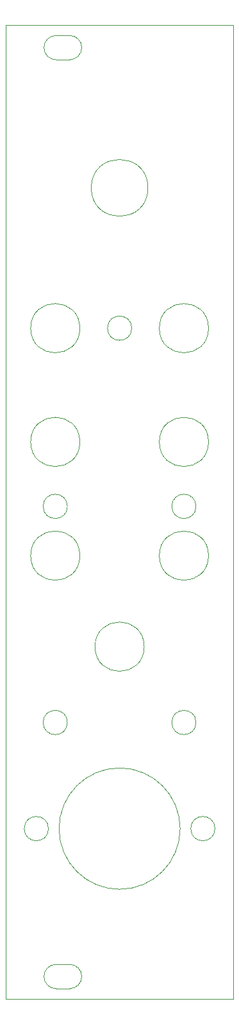
<source format=gm1>
G04 #@! TF.GenerationSoftware,KiCad,Pcbnew,(5.0.0-rc2)*
G04 #@! TF.CreationDate,2020-07-08T18:40:00+03:00*
G04 #@! TF.ProjectId,MIDIPNL2,4D494449504E4C322E6B696361645F70,rev?*
G04 #@! TF.SameCoordinates,PX23c3460PY84157a0*
G04 #@! TF.FileFunction,Profile,NP*
%FSLAX46Y46*%
G04 Gerber Fmt 4.6, Leading zero omitted, Abs format (unit mm)*
G04 Created by KiCad (PCBNEW (5.0.0-rc2)) date Wed Jul  8 18:40:00 2020*
%MOMM*%
%LPD*%
G01*
G04 APERTURE LIST*
%ADD10C,0.100000*%
G04 #@! TA.AperFunction,NonConductor*
%ADD11C,0.120000*%
G04 #@! TD*
G04 APERTURE END LIST*
D10*
X0Y128500000D02*
X0Y0D01*
X30000000Y128500000D02*
X0Y128500000D01*
X30000000Y0D02*
X30000000Y128500000D01*
X0Y0D02*
X30000000Y0D01*
D11*
G04 #@! TO.C,Ref\002A\002A*
X18250000Y46500000D02*
G75*
G03X18250000Y46500000I-3250000J0D01*
G01*
X18750000Y107000000D02*
G75*
G03X18750000Y107000000I-3750000J0D01*
G01*
G04 #@! TO.C,X*
X6600000Y127100000D02*
X8400000Y127100000D01*
X6600000Y123900000D02*
X8400000Y123900000D01*
X5000000Y125500000D02*
G75*
G03X6600000Y123900000I1600000J0D01*
G01*
X6600000Y127100000D02*
G75*
G03X5000000Y125500000I0J-1600000D01*
G01*
X8400000Y123900000D02*
G75*
G03X10000000Y125500000I0J1600000D01*
G01*
X10000000Y125500000D02*
G75*
G03X8400000Y127100000I-1600000J0D01*
G01*
X10000000Y3000000D02*
G75*
G03X8400000Y4600000I-1600000J0D01*
G01*
X8400000Y1400000D02*
G75*
G03X10000000Y3000000I0J1600000D01*
G01*
X6600000Y4600000D02*
G75*
G03X5000000Y3000000I0J-1600000D01*
G01*
X5000000Y3000000D02*
G75*
G03X6600000Y1400000I1600000J0D01*
G01*
X6600000Y1400000D02*
X8400000Y1400000D01*
X6600000Y4600000D02*
X8400000Y4600000D01*
G04 #@! TO.C,Ref\002A\002A*
X8100000Y36500000D02*
G75*
G03X8100000Y36500000I-1600000J0D01*
G01*
X25100000Y36500000D02*
G75*
G03X25100000Y36500000I-1600000J0D01*
G01*
X8100000Y65000000D02*
G75*
G03X8100000Y65000000I-1600000J0D01*
G01*
X25100000Y65000000D02*
G75*
G03X25100000Y65000000I-1600000J0D01*
G01*
X16600000Y88500000D02*
G75*
G03X16600000Y88500000I-1600000J0D01*
G01*
X9750000Y88500000D02*
G75*
G03X9750000Y88500000I-3250000J0D01*
G01*
X26750000Y88500000D02*
G75*
G03X26750000Y88500000I-3250000J0D01*
G01*
X9750000Y73500000D02*
G75*
G03X9750000Y73500000I-3250000J0D01*
G01*
X26750000Y73500000D02*
G75*
G03X26750000Y73500000I-3250000J0D01*
G01*
X9750000Y58500000D02*
G75*
G03X9750000Y58500000I-3250000J0D01*
G01*
X26750000Y58500000D02*
G75*
G03X26750000Y58500000I-3250000J0D01*
G01*
X23000000Y22500000D02*
G75*
G03X23000000Y22500000I-8000000J0D01*
G01*
X5600000Y22500000D02*
G75*
G03X5600000Y22500000I-1600000J0D01*
G01*
X27600000Y22500000D02*
G75*
G03X27600000Y22500000I-1600000J0D01*
G01*
G04 #@! TD*
M02*

</source>
